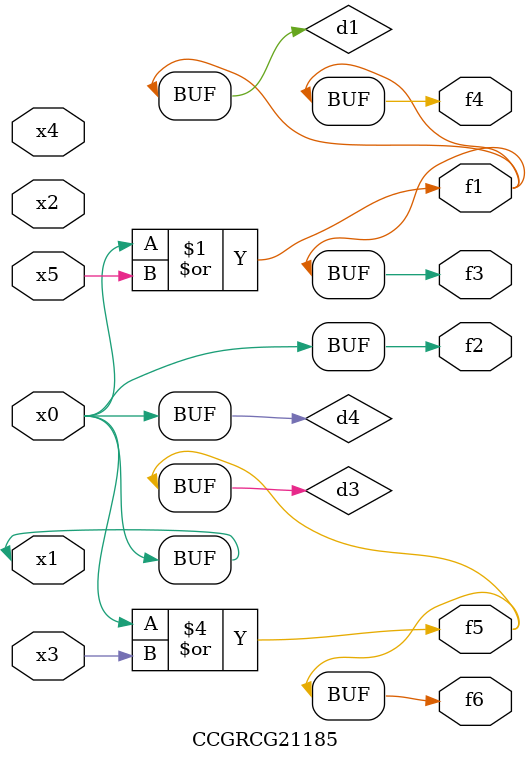
<source format=v>
module CCGRCG21185(
	input x0, x1, x2, x3, x4, x5,
	output f1, f2, f3, f4, f5, f6
);

	wire d1, d2, d3, d4;

	or (d1, x0, x5);
	xnor (d2, x1, x4);
	or (d3, x0, x3);
	buf (d4, x0, x1);
	assign f1 = d1;
	assign f2 = d4;
	assign f3 = d1;
	assign f4 = d1;
	assign f5 = d3;
	assign f6 = d3;
endmodule

</source>
